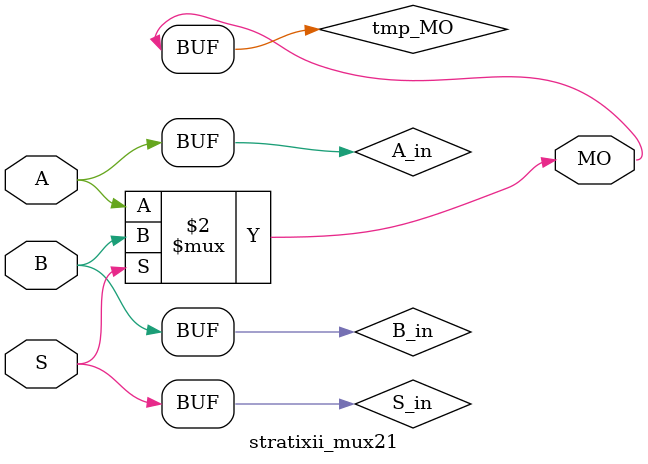
<source format=v>
module stratixii_mux21 (MO, A, B, S);
   input A, B, S;
   output MO;
   wire A_in;
   wire B_in;
   wire S_in;
   buf(A_in, A);
   buf(B_in, B);
   buf(S_in, S);
   wire   tmp_MO;
   specify
      (A => MO) = (0, 0);
      (B => MO) = (0, 0);
      (S => MO) = (0, 0);
   endspecify
   assign tmp_MO = (S_in == 1) ? B_in : A_in;
   buf (MO, tmp_MO);
endmodule
</source>
